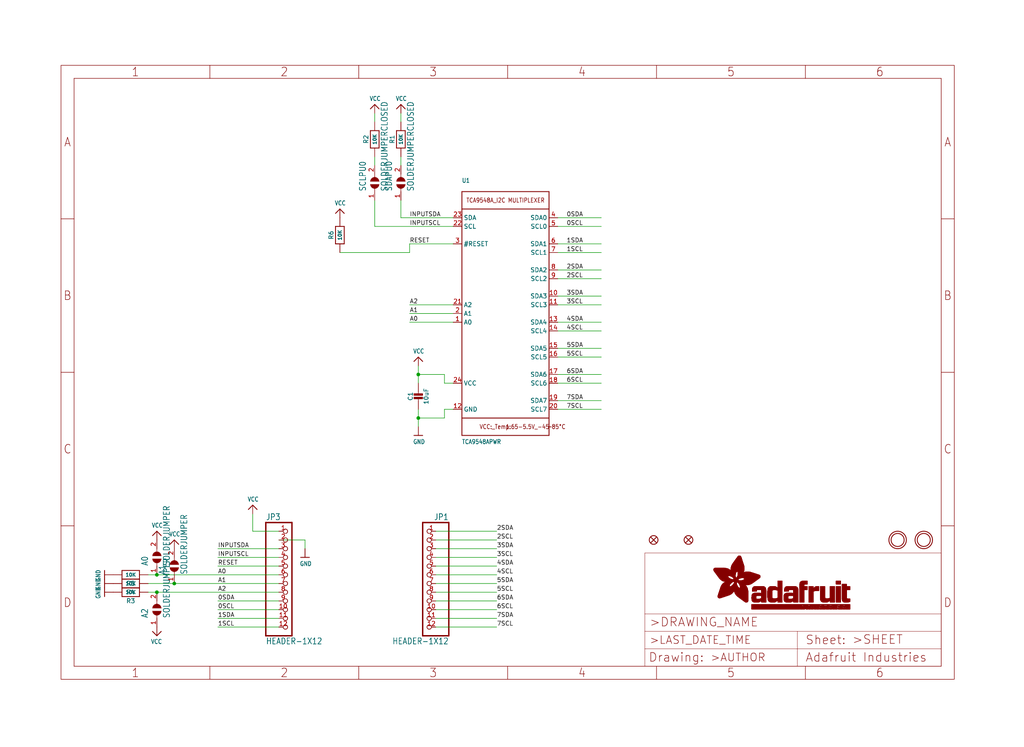
<source format=kicad_sch>
(kicad_sch (version 20211123) (generator eeschema)
  (paper "User" 298.45 217.881)
  (lib_symbols
    (symbol "eagleSchem-eagle-import:CAP_CERAMIC0805-NOOUTLINE"
      (property "Reference" "C" (at -2.29 1.25 90))
      (property "Value" "CAP_CERAMIC0805-NOOUTLINE" (at 2.3 1.25 90))
      (symbol "CAP_CERAMIC0805-NOOUTLINE_1_0"
        (pin passive line (at 0 5.08 270) (length 2.54) (name "1") (number "1"))
        (pin passive line (at 0 -2.54 90) (length 2.54) (name "2") (number "2"))
      )
    )
    (symbol "eagleSchem-eagle-import:FIDUCIAL{dblquote}{dblquote}")
    (symbol "eagleSchem-eagle-import:FRAME_A4_ADAFRUIT"
      (symbol "FRAME_A4_ADAFRUIT_1_0"
        (text "1" (at 21.6958 1.905 0) (effects (font (size 2.54 2.286))))
        (text "1" (at 21.6958 177.165 0) (effects (font (size 2.54 2.286))))
        (text "2" (at 65.0875 1.905 0) (effects (font (size 2.54 2.286))))
        (text "2" (at 65.0875 177.165 0) (effects (font (size 2.54 2.286))))
        (text "3" (at 108.4792 1.905 0) (effects (font (size 2.54 2.286))))
        (text "3" (at 108.4792 177.165 0) (effects (font (size 2.54 2.286))))
        (text "4" (at 151.8708 1.905 0) (effects (font (size 2.54 2.286))))
        (text "4" (at 151.8708 177.165 0) (effects (font (size 2.54 2.286))))
        (text "5" (at 195.2625 1.905 0) (effects (font (size 2.54 2.286))))
        (text "5" (at 195.2625 177.165 0) (effects (font (size 2.54 2.286))))
        (text "6" (at 238.6542 1.905 0) (effects (font (size 2.54 2.286))))
        (text "6" (at 238.6542 177.165 0) (effects (font (size 2.54 2.286))))
        (text ">AUTHOR" (at 189.23 5.08 0) (effects (font (size 2.286 2.286)) (justify left bottom)))
        (text ">DRAWING_NAME" (at 171.45 15.24 0) (effects (font (size 2.54 2.54)) (justify left bottom)))
        (text ">LAST_DATE_TIME" (at 171.45 10.16 0) (effects (font (size 2.286 2.286)) (justify left bottom)))
        (text ">SHEET" (at 230.505 10.16 0) (effects (font (size 2.54 2.54)) (justify left bottom)))
        (text "A" (at 1.905 156.6863 0) (effects (font (size 2.54 2.286))))
        (text "A" (at 258.445 156.6863 0) (effects (font (size 2.54 2.286))))
        (text "Adafruit Industries" (at 216.916 4.953 0) (effects (font (size 2.54 2.54)) (justify left bottom)))
        (text "B" (at 1.905 111.9188 0) (effects (font (size 2.54 2.286))))
        (text "B" (at 258.445 111.9188 0) (effects (font (size 2.54 2.286))))
        (text "C" (at 1.905 67.1513 0) (effects (font (size 2.54 2.286))))
        (text "C" (at 258.445 67.1513 0) (effects (font (size 2.54 2.286))))
        (text "D" (at 1.905 22.3838 0) (effects (font (size 2.54 2.286))))
        (text "D" (at 258.445 22.3838 0) (effects (font (size 2.54 2.286))))
        (text "Drawing:" (at 171.196 4.953 0) (effects (font (size 2.54 2.54)) (justify left bottom)))
        (text "Sheet:" (at 216.916 10.033 0) (effects (font (size 2.54 2.54)) (justify left bottom)))
      )
    )
    (symbol "eagleSchem-eagle-import:GND" (power)
      (property "Value" "GND" (at -1.524 -2.54 0))
      (symbol "GND_1_0"
        (pin power_in line (at 0 2.54 270) (length 2.54) (name "GND") (number "1"))
      )
    )
    (symbol "eagleSchem-eagle-import:HEADER-1X12"
      (property "Reference" "JP" (at -6.35 18.415 0))
      (property "Value" "HEADER-1X12" (at -6.35 -17.78 0))
      (symbol "HEADER-1X12_1_0"
        (pin passive inverted (at -2.54 15.24 0) (length 2.54) (name "1") (number "1"))
        (pin passive inverted (at -2.54 -7.62 0) (length 2.54) (name "10") (number "10"))
        (pin passive inverted (at -2.54 -10.16 0) (length 2.54) (name "11") (number "11"))
        (pin passive inverted (at -2.54 -12.7 0) (length 2.54) (name "12") (number "12"))
        (pin passive inverted (at -2.54 12.7 0) (length 2.54) (name "2") (number "2"))
        (pin passive inverted (at -2.54 10.16 0) (length 2.54) (name "3") (number "3"))
        (pin passive inverted (at -2.54 7.62 0) (length 2.54) (name "4") (number "4"))
        (pin passive inverted (at -2.54 5.08 0) (length 2.54) (name "5") (number "5"))
        (pin passive inverted (at -2.54 2.54 0) (length 2.54) (name "6") (number "6"))
        (pin passive inverted (at -2.54 0 0) (length 2.54) (name "7") (number "7"))
        (pin passive inverted (at -2.54 -2.54 0) (length 2.54) (name "8") (number "8"))
        (pin passive inverted (at -2.54 -5.08 0) (length 2.54) (name "9") (number "9"))
      )
    )
    (symbol "eagleSchem-eagle-import:MOUNTINGHOLE2.5")
    (symbol "eagleSchem-eagle-import:RESISTOR0805_NOOUTLINE"
      (property "Reference" "R" (at 0 2.54 0))
      (property "Value" "RESISTOR0805_NOOUTLINE" (at 0 0 0))
      (symbol "RESISTOR0805_NOOUTLINE_1_0"
        (pin passive line (at -5.08 0 0) (length 2.54) (name "1") (number "1"))
        (pin passive line (at 5.08 0 180) (length 2.54) (name "2") (number "2"))
      )
    )
    (symbol "eagleSchem-eagle-import:RESISTOR_0805MP"
      (property "Reference" "R" (at 0 2.54 0))
      (property "Value" "RESISTOR_0805MP" (at 0 0 0))
      (symbol "RESISTOR_0805MP_1_0"
        (pin passive line (at -5.08 0 0) (length 2.54) (name "1") (number "1"))
        (pin passive line (at 5.08 0 180) (length 2.54) (name "2") (number "2"))
      )
    )
    (symbol "eagleSchem-eagle-import:SOLDERJUMPER"
      (property "Reference" "SJ" (at -2.54 2.54 0))
      (property "Value" "SOLDERJUMPER" (at -2.54 -3.81 0))
      (symbol "SOLDERJUMPER_1_0"
        (pin passive line (at -5.08 0 0) (length 2.54) (name "1") (number "1"))
        (pin passive line (at 5.08 0 180) (length 2.54) (name "2") (number "2"))
      )
    )
    (symbol "eagleSchem-eagle-import:SOLDERJUMPERCLOSED"
      (property "Reference" "SJ" (at -2.54 2.54 0))
      (property "Value" "SOLDERJUMPERCLOSED" (at -2.54 -3.81 0))
      (symbol "SOLDERJUMPERCLOSED_1_0"
        (pin passive line (at -5.08 0 0) (length 2.54) (name "1") (number "1"))
        (pin passive line (at 5.08 0 180) (length 2.54) (name "2") (number "2"))
      )
    )
    (symbol "eagleSchem-eagle-import:TCA9548A"
      (property "Reference" "U" (at -12.7 38.1 0))
      (property "Value" "TCA9548A" (at -12.7 -38.1 0))
      (symbol "TCA9548A_1_0"
        (text "1.65-5.5V_-45~85°C" (at 0 -33.02 0) (effects (font (size 1.27 1.0795)) (justify left)))
        (text "TCA9548A_I2C MULTIPLEXER" (at 0 33.02 0) (effects (font (size 1.27 1.0795))))
        (text "VCC:_Temp:" (at -7.62 -33.02 0) (effects (font (size 1.27 1.0795)) (justify left)))
        (pin bidirectional line (at -15.24 -2.54 0) (length 2.54) (name "A0") (number "1"))
        (pin bidirectional line (at 15.24 5.08 180) (length 2.54) (name "SDA3") (number "10"))
        (pin bidirectional line (at 15.24 2.54 180) (length 2.54) (name "SCL3") (number "11"))
        (pin bidirectional line (at -15.24 -27.94 0) (length 2.54) (name "GND") (number "12"))
        (pin bidirectional line (at 15.24 -2.54 180) (length 2.54) (name "SDA4") (number "13"))
        (pin bidirectional line (at 15.24 -5.08 180) (length 2.54) (name "SCL4") (number "14"))
        (pin bidirectional line (at 15.24 -10.16 180) (length 2.54) (name "SDA5") (number "15"))
        (pin bidirectional line (at 15.24 -12.7 180) (length 2.54) (name "SCL5") (number "16"))
        (pin bidirectional line (at 15.24 -17.78 180) (length 2.54) (name "SDA6") (number "17"))
        (pin bidirectional line (at 15.24 -20.32 180) (length 2.54) (name "SCL6") (number "18"))
        (pin bidirectional line (at 15.24 -25.4 180) (length 2.54) (name "SDA7") (number "19"))
        (pin bidirectional line (at -15.24 0 0) (length 2.54) (name "A1") (number "2"))
        (pin bidirectional line (at 15.24 -27.94 180) (length 2.54) (name "SCL7") (number "20"))
        (pin bidirectional line (at -15.24 2.54 0) (length 2.54) (name "A2") (number "21"))
        (pin bidirectional line (at -15.24 25.4 0) (length 2.54) (name "SCL") (number "22"))
        (pin bidirectional line (at -15.24 27.94 0) (length 2.54) (name "SDA") (number "23"))
        (pin bidirectional line (at -15.24 -20.32 0) (length 2.54) (name "VCC") (number "24"))
        (pin bidirectional line (at -15.24 20.32 0) (length 2.54) (name "#RESET") (number "3"))
        (pin bidirectional line (at 15.24 27.94 180) (length 2.54) (name "SDA0") (number "4"))
        (pin bidirectional line (at 15.24 25.4 180) (length 2.54) (name "SCL0") (number "5"))
        (pin bidirectional line (at 15.24 20.32 180) (length 2.54) (name "SDA1") (number "6"))
        (pin bidirectional line (at 15.24 17.78 180) (length 2.54) (name "SCL1") (number "7"))
        (pin bidirectional line (at 15.24 12.7 180) (length 2.54) (name "SDA2") (number "8"))
        (pin bidirectional line (at 15.24 10.16 180) (length 2.54) (name "SCL2") (number "9"))
      )
    )
    (symbol "eagleSchem-eagle-import:VCC" (power)
      (property "Value" "VCC" (at -1.524 1.016 0))
      (symbol "VCC_1_0"
        (pin power_in line (at 0 -2.54 90) (length 2.54) (name "VCC") (number "1"))
      )
    )
  )
  (junction (at 50.8 170.18))
  (junction (at 45.72 172.72))
  (junction (at 121.92 121.92))
  (junction (at 121.92 109.22))
  (junction (at 45.72 167.64))
  (wire (pts (xy 99.06 73.66) (xy 119.38 73.66)))
  (wire (pts (xy 109.22 48.26) (xy 109.22 45.72)))
  (wire (pts (xy 132.08 63.5) (xy 116.84 63.5)))
  (wire (pts (xy 116.84 48.26) (xy 116.84 45.72)))
  (wire (pts (xy 109.22 66.04) (xy 109.22 58.42)))
  (wire (pts (xy 162.56 88.9) (xy 175.26 88.9)))
  (wire (pts (xy 162.56 78.74) (xy 175.26 78.74)))
  (wire (pts (xy 121.92 106.68) (xy 121.92 109.22)))
  (wire (pts (xy 132.08 93.98) (xy 119.38 93.98)))
  (wire (pts (xy 63.5 177.8) (xy 81.28 177.8)))
  (wire (pts (xy 162.56 116.84) (xy 175.26 116.84)))
  (wire (pts (xy 144.78 182.88) (xy 127 182.88)))
  (wire (pts (xy 162.56 63.5) (xy 175.26 63.5)))
  (wire (pts (xy 121.92 121.92) (xy 121.92 119.38)))
  (wire (pts (xy 162.56 109.22) (xy 175.26 109.22)))
  (wire (pts (xy 119.38 73.66) (xy 119.38 71.12)))
  (wire (pts (xy 144.78 170.18) (xy 127 170.18)))
  (wire (pts (xy 63.5 180.34) (xy 81.28 180.34)))
  (wire (pts (xy 88.9 157.48) (xy 88.9 160.02)))
  (wire (pts (xy 116.84 63.5) (xy 116.84 58.42)))
  (wire (pts (xy 81.28 172.72) (xy 45.72 172.72)))
  (wire (pts (xy 132.08 88.9) (xy 119.38 88.9)))
  (wire (pts (xy 45.72 167.64) (xy 43.18 167.64)))
  (wire (pts (xy 144.78 167.64) (xy 127 167.64)))
  (wire (pts (xy 81.28 167.64) (xy 45.72 167.64)))
  (wire (pts (xy 116.84 35.56) (xy 116.84 33.02)))
  (wire (pts (xy 144.78 165.1) (xy 127 165.1)))
  (wire (pts (xy 162.56 66.04) (xy 175.26 66.04)))
  (wire (pts (xy 129.54 121.92) (xy 129.54 119.38)))
  (wire (pts (xy 132.08 71.12) (xy 119.38 71.12)))
  (wire (pts (xy 144.78 175.26) (xy 127 175.26)))
  (wire (pts (xy 162.56 93.98) (xy 175.26 93.98)))
  (wire (pts (xy 81.28 162.56) (xy 63.5 162.56)))
  (wire (pts (xy 129.54 119.38) (xy 132.08 119.38)))
  (wire (pts (xy 162.56 73.66) (xy 175.26 73.66)))
  (wire (pts (xy 162.56 101.6) (xy 175.26 101.6)))
  (wire (pts (xy 129.54 111.76) (xy 132.08 111.76)))
  (wire (pts (xy 73.66 154.94) (xy 73.66 149.86)))
  (wire (pts (xy 45.72 172.72) (xy 43.18 172.72)))
  (wire (pts (xy 81.28 154.94) (xy 73.66 154.94)))
  (wire (pts (xy 81.28 160.02) (xy 63.5 160.02)))
  (wire (pts (xy 121.92 124.46) (xy 121.92 121.92)))
  (wire (pts (xy 144.78 157.48) (xy 127 157.48)))
  (wire (pts (xy 162.56 71.12) (xy 175.26 71.12)))
  (wire (pts (xy 121.92 121.92) (xy 129.54 121.92)))
  (wire (pts (xy 109.22 35.56) (xy 109.22 33.02)))
  (wire (pts (xy 121.92 109.22) (xy 129.54 109.22)))
  (wire (pts (xy 144.78 172.72) (xy 127 172.72)))
  (wire (pts (xy 144.78 180.34) (xy 127 180.34)))
  (wire (pts (xy 81.28 170.18) (xy 50.8 170.18)))
  (wire (pts (xy 132.08 66.04) (xy 109.22 66.04)))
  (wire (pts (xy 162.56 96.52) (xy 175.26 96.52)))
  (wire (pts (xy 129.54 109.22) (xy 129.54 111.76)))
  (wire (pts (xy 162.56 111.76) (xy 175.26 111.76)))
  (wire (pts (xy 81.28 157.48) (xy 88.9 157.48)))
  (wire (pts (xy 162.56 81.28) (xy 175.26 81.28)))
  (wire (pts (xy 50.8 170.18) (xy 43.18 170.18)))
  (wire (pts (xy 144.78 154.94) (xy 127 154.94)))
  (wire (pts (xy 132.08 91.44) (xy 119.38 91.44)))
  (wire (pts (xy 162.56 86.36) (xy 175.26 86.36)))
  (wire (pts (xy 144.78 160.02) (xy 127 160.02)))
  (wire (pts (xy 121.92 109.22) (xy 121.92 111.76)))
  (wire (pts (xy 81.28 165.1) (xy 63.5 165.1)))
  (wire (pts (xy 162.56 104.14) (xy 175.26 104.14)))
  (wire (pts (xy 63.5 175.26) (xy 81.28 175.26)))
  (wire (pts (xy 63.5 182.88) (xy 81.28 182.88)))
  (wire (pts (xy 144.78 162.56) (xy 127 162.56)))
  (wire (pts (xy 144.78 177.8) (xy 127 177.8)))
  (wire (pts (xy 162.56 119.38) (xy 175.26 119.38)))
  (label "2SCL" (at 144.78 157.48 0) (effects (font (size 1.2446 1.2446))))
  (label "3SDA" (at 144.78 160.02 0) (effects (font (size 1.2446 1.2446))))
  (label "A1" (at 63.5 170.18 0) (effects (font (size 1.2446 1.2446))))
  (label "7SCL" (at 165.1 119.38 0) (effects (font (size 1.2446 1.2446))))
  (label "4SCL" (at 165.1 96.52 0) (effects (font (size 1.2446 1.2446))))
  (label "5SDA" (at 144.78 170.18 0) (effects (font (size 1.2446 1.2446))))
  (label "0SDA" (at 165.1 63.5 0) (effects (font (size 1.2446 1.2446))))
  (label "2SDA" (at 144.78 154.94 0) (effects (font (size 1.2446 1.2446))))
  (label "A2" (at 63.5 172.72 0) (effects (font (size 1.2446 1.2446))))
  (label "1SDA" (at 165.1 71.12 0) (effects (font (size 1.2446 1.2446))))
  (label "INPUTSDA" (at 63.5 160.02 0) (effects (font (size 1.2446 1.2446))))
  (label "INPUTSDA" (at 119.38 63.5 0) (effects (font (size 1.2446 1.2446))))
  (label "0SDA" (at 63.5 175.26 0) (effects (font (size 1.2446 1.2446))))
  (label "3SCL" (at 144.78 162.56 0) (effects (font (size 1.2446 1.2446))))
  (label "4SDA" (at 165.1 93.98 0) (effects (font (size 1.2446 1.2446))))
  (label "6SCL" (at 144.78 177.8 0) (effects (font (size 1.2446 1.2446))))
  (label "INPUTSCL" (at 63.5 162.56 0) (effects (font (size 1.2446 1.2446))))
  (label "A0" (at 63.5 167.64 0) (effects (font (size 1.2446 1.2446))))
  (label "4SDA" (at 144.78 165.1 0) (effects (font (size 1.2446 1.2446))))
  (label "6SDA" (at 144.78 175.26 0) (effects (font (size 1.2446 1.2446))))
  (label "A2" (at 119.38 88.9 0) (effects (font (size 1.2446 1.2446))))
  (label "7SDA" (at 165.1 116.84 0) (effects (font (size 1.2446 1.2446))))
  (label "7SCL" (at 144.78 182.88 0) (effects (font (size 1.2446 1.2446))))
  (label "RESET" (at 63.5 165.1 0) (effects (font (size 1.2446 1.2446))))
  (label "RESET" (at 119.38 71.12 0) (effects (font (size 1.2446 1.2446))))
  (label "5SDA" (at 165.1 101.6 0) (effects (font (size 1.2446 1.2446))))
  (label "INPUTSCL" (at 119.38 66.04 0) (effects (font (size 1.2446 1.2446))))
  (label "3SDA" (at 165.1 86.36 0) (effects (font (size 1.2446 1.2446))))
  (label "A0" (at 119.38 93.98 0) (effects (font (size 1.2446 1.2446))))
  (label "4SCL" (at 144.78 167.64 0) (effects (font (size 1.2446 1.2446))))
  (label "6SCL" (at 165.1 111.76 0) (effects (font (size 1.2446 1.2446))))
  (label "0SCL" (at 165.1 66.04 0) (effects (font (size 1.2446 1.2446))))
  (label "0SCL" (at 63.5 177.8 0) (effects (font (size 1.2446 1.2446))))
  (label "A1" (at 119.38 91.44 0) (effects (font (size 1.2446 1.2446))))
  (label "2SDA" (at 165.1 78.74 0) (effects (font (size 1.2446 1.2446))))
  (label "2SCL" (at 165.1 81.28 0) (effects (font (size 1.2446 1.2446))))
  (label "7SDA" (at 144.78 180.34 0) (effects (font (size 1.2446 1.2446))))
  (label "1SCL" (at 165.1 73.66 0) (effects (font (size 1.2446 1.2446))))
  (label "6SDA" (at 165.1 109.22 0) (effects (font (size 1.2446 1.2446))))
  (label "5SCL" (at 165.1 104.14 0) (effects (font (size 1.2446 1.2446))))
  (label "3SCL" (at 165.1 88.9 0) (effects (font (size 1.2446 1.2446))))
  (label "1SDA" (at 63.5 180.34 0) (effects (font (size 1.2446 1.2446))))
  (label "5SCL" (at 144.78 172.72 0) (effects (font (size 1.2446 1.2446))))
  (label "1SCL" (at 63.5 182.88 0) (effects (font (size 1.2446 1.2446))))
  (symbol (lib_id "eagleSchem-eagle-import:RESISTOR0805_NOOUTLINE") (at 38.1 167.64 180) (unit 1)
    (property "Reference" "R5" (at 38.1 170.18 0))
    (property "Value" "10K" (at 38.1 167.64 0) (effects (font (size 1.016 1.016) bold)))
    (property "Footprint" "eagleSchem:0805-NO" (effects hide))
  )
  (symbol (lib_id "eagleSchem-eagle-import:VCC") (at 109.22 30.48 0) (unit 1)
    (property "Reference" "#P+1" (effects hide))
    (property "Value" "VCC" (at 107.696 29.464 0) (effects (font (size 1.27 1.0795)) (justify left bottom)))
    (property "Footprint" "eagleSchem:" (effects hide))
  )
  (symbol (lib_id "eagleSchem-eagle-import:VCC") (at 121.92 104.14 0) (unit 1)
    (property "Reference" "#P+3" (effects hide))
    (property "Value" "VCC" (at 120.396 103.124 0) (effects (font (size 1.27 1.0795)) (justify left bottom)))
    (property "Footprint" "eagleSchem:" (effects hide))
  )
  (symbol (lib_id "eagleSchem-eagle-import:MOUNTINGHOLE2.5") (at 269.24 157.48 0) (unit 1)
    (property "Reference" "U$4" (effects hide))
    (property "Value" "MOUNTINGHOLE2.5" (effects hide))
    (property "Footprint" "eagleSchem:MOUNTINGHOLE_2.5_PLATED" (effects hide))
  )
  (symbol (lib_id "eagleSchem-eagle-import:RESISTOR0805_NOOUTLINE") (at 38.1 172.72 180) (unit 1)
    (property "Reference" "R3" (at 38.1 175.26 0))
    (property "Value" "10K" (at 38.1 172.72 0) (effects (font (size 1.016 1.016) bold)))
    (property "Footprint" "eagleSchem:0805-NO" (effects hide))
  )
  (symbol (lib_id "eagleSchem-eagle-import:RESISTOR0805_NOOUTLINE") (at 38.1 170.18 180) (unit 1)
    (property "Reference" "R4" (at 38.1 172.72 0))
    (property "Value" "10K" (at 38.1 170.18 0) (effects (font (size 1.016 1.016) bold)))
    (property "Footprint" "eagleSchem:0805-NO" (effects hide))
  )
  (symbol (lib_id "eagleSchem-eagle-import:CAP_CERAMIC0805-NOOUTLINE") (at 121.92 116.84 0) (unit 1)
    (property "Reference" "C1" (at 119.63 115.59 90))
    (property "Value" "10uF" (at 124.22 115.59 90))
    (property "Footprint" "eagleSchem:0805-NO" (effects hide))
  )
  (symbol (lib_id "eagleSchem-eagle-import:SOLDERJUMPERCLOSED") (at 109.22 53.34 90) (unit 1)
    (property "Reference" "SCLPU0" (at 106.68 55.88 0) (effects (font (size 1.778 1.5113)) (justify left bottom)))
    (property "Value" "SOLDERJUMPERCLOSED" (at 113.03 55.88 0) (effects (font (size 1.778 1.5113)) (justify left bottom)))
    (property "Footprint" "eagleSchem:SOLDERJUMPER_CLOSEDWIRE" (effects hide))
  )
  (symbol (lib_id "eagleSchem-eagle-import:SOLDERJUMPER") (at 45.72 177.8 90) (unit 1)
    (property "Reference" "A2" (at 43.18 180.34 0) (effects (font (size 1.778 1.5113)) (justify left bottom)))
    (property "Value" "SOLDERJUMPER" (at 49.53 180.34 0) (effects (font (size 1.778 1.5113)) (justify left bottom)))
    (property "Footprint" "eagleSchem:SOLDERJUMPER_ARROW_NOPASTE" (effects hide))
  )
  (symbol (lib_id "eagleSchem-eagle-import:SOLDERJUMPER") (at 50.8 165.1 90) (unit 1)
    (property "Reference" "A1" (at 48.26 167.64 0) (effects (font (size 1.778 1.5113)) (justify left bottom)))
    (property "Value" "SOLDERJUMPER" (at 54.61 167.64 0) (effects (font (size 1.778 1.5113)) (justify left bottom)))
    (property "Footprint" "eagleSchem:SOLDERJUMPER_ARROW_NOPASTE" (effects hide))
  )
  (symbol (lib_id "eagleSchem-eagle-import:VCC") (at 116.84 30.48 0) (unit 1)
    (property "Reference" "#P+2" (effects hide))
    (property "Value" "VCC" (at 115.316 29.464 0) (effects (font (size 1.27 1.0795)) (justify left bottom)))
    (property "Footprint" "eagleSchem:" (effects hide))
  )
  (symbol (lib_id "eagleSchem-eagle-import:RESISTOR0805_NOOUTLINE") (at 109.22 40.64 90) (unit 1)
    (property "Reference" "R2" (at 106.68 40.64 0))
    (property "Value" "10K" (at 109.22 40.64 0) (effects (font (size 1.016 1.016) bold)))
    (property "Footprint" "eagleSchem:0805-NO" (effects hide))
  )
  (symbol (lib_id "eagleSchem-eagle-import:VCC") (at 50.8 157.48 0) (unit 1)
    (property "Reference" "#P+6" (effects hide))
    (property "Value" "VCC" (at 49.276 156.464 0) (effects (font (size 1.27 1.0795)) (justify left bottom)))
    (property "Footprint" "eagleSchem:" (effects hide))
  )
  (symbol (lib_id "eagleSchem-eagle-import:FIDUCIAL{dblquote}{dblquote}") (at 200.66 157.48 0) (unit 1)
    (property "Reference" "FID3" (effects hide))
    (property "Value" "FIDUCIAL{dblquote}{dblquote}" (effects hide))
    (property "Footprint" "eagleSchem:FIDUCIAL_1MM" (effects hide))
  )
  (symbol (lib_id "eagleSchem-eagle-import:FIDUCIAL{dblquote}{dblquote}") (at 190.5 157.48 0) (unit 1)
    (property "Reference" "FID1" (effects hide))
    (property "Value" "FIDUCIAL{dblquote}{dblquote}" (effects hide))
    (property "Footprint" "eagleSchem:FIDUCIAL_1MM" (effects hide))
  )
  (symbol (lib_id "eagleSchem-eagle-import:GND") (at 30.48 172.72 270) (unit 1)
    (property "Reference" "#U$10" (effects hide))
    (property "Value" "GND" (at 27.94 171.196 0) (effects (font (size 1.27 1.0795)) (justify left bottom)))
    (property "Footprint" "eagleSchem:" (effects hide))
  )
  (symbol (lib_id "eagleSchem-eagle-import:GND") (at 88.9 162.56 0) (unit 1)
    (property "Reference" "#U$3" (effects hide))
    (property "Value" "GND" (at 87.376 165.1 0) (effects (font (size 1.27 1.0795)) (justify left bottom)))
    (property "Footprint" "eagleSchem:" (effects hide))
  )
  (symbol (lib_id "eagleSchem-eagle-import:RESISTOR0805_NOOUTLINE") (at 116.84 40.64 90) (unit 1)
    (property "Reference" "R1" (at 114.3 40.64 0))
    (property "Value" "10K" (at 116.84 40.64 0) (effects (font (size 1.016 1.016) bold)))
    (property "Footprint" "eagleSchem:0805-NO" (effects hide))
  )
  (symbol (lib_id "eagleSchem-eagle-import:RESISTOR_0805MP") (at 99.06 68.58 90) (unit 1)
    (property "Reference" "R6" (at 96.52 68.58 0))
    (property "Value" "10K" (at 99.06 68.58 0) (effects (font (size 1.016 1.016) bold)))
    (property "Footprint" "eagleSchem:_0805MP" (effects hide))
  )
  (symbol (lib_id "eagleSchem-eagle-import:FRAME_A4_ADAFRUIT") (at 17.78 198.12 0) (unit 1)
    (property "Reference" "#U$1" (effects hide))
    (property "Value" "FRAME_A4_ADAFRUIT" (effects hide))
    (property "Footprint" "eagleSchem:" (effects hide))
  )
  (symbol (lib_id "eagleSchem-eagle-import:HEADER-1X12") (at 124.46 170.18 0) (mirror y) (unit 1)
    (property "Reference" "JP1" (at 130.81 151.765 0) (effects (font (size 1.778 1.5113)) (justify left bottom)))
    (property "Value" "HEADER-1X12" (at 130.81 187.96 0) (effects (font (size 1.778 1.5113)) (justify left bottom)))
    (property "Footprint" "eagleSchem:1X12_ROUND" (effects hide))
  )
  (symbol (lib_id "eagleSchem-eagle-import:MOUNTINGHOLE2.5") (at 261.62 157.48 0) (unit 1)
    (property "Reference" "U$5" (effects hide))
    (property "Value" "MOUNTINGHOLE2.5" (effects hide))
    (property "Footprint" "eagleSchem:MOUNTINGHOLE_2.5_PLATED" (effects hide))
  )
  (symbol (lib_id "eagleSchem-eagle-import:GND") (at 121.92 127 0) (unit 1)
    (property "Reference" "#U$2" (effects hide))
    (property "Value" "GND" (at 120.396 129.54 0) (effects (font (size 1.27 1.0795)) (justify left bottom)))
    (property "Footprint" "eagleSchem:" (effects hide))
  )
  (symbol (lib_id "eagleSchem-eagle-import:VCC") (at 99.06 60.96 0) (unit 1)
    (property "Reference" "#P+8" (effects hide))
    (property "Value" "VCC" (at 97.536 59.944 0) (effects (font (size 1.27 1.0795)) (justify left bottom)))
    (property "Footprint" "eagleSchem:" (effects hide))
  )
  (symbol (lib_id "eagleSchem-eagle-import:HEADER-1X12") (at 83.82 170.18 0) (unit 1)
    (property "Reference" "JP3" (at 77.47 151.765 0) (effects (font (size 1.778 1.5113)) (justify left bottom)))
    (property "Value" "HEADER-1X12" (at 77.47 187.96 0) (effects (font (size 1.778 1.5113)) (justify left bottom)))
    (property "Footprint" "eagleSchem:1X12_ROUND" (effects hide))
  )
  (symbol (lib_id "eagleSchem-eagle-import:SOLDERJUMPER") (at 45.72 162.56 90) (unit 1)
    (property "Reference" "A0" (at 43.18 165.1 0) (effects (font (size 1.778 1.5113)) (justify left bottom)))
    (property "Value" "SOLDERJUMPER" (at 49.53 165.1 0) (effects (font (size 1.778 1.5113)) (justify left bottom)))
    (property "Footprint" "eagleSchem:SOLDERJUMPER_ARROW_NOPASTE" (effects hide))
  )
  (symbol (lib_id "eagleSchem-eagle-import:GND") (at 30.48 170.18 270) (unit 1)
    (property "Reference" "#U$9" (effects hide))
    (property "Value" "GND" (at 27.94 168.656 0) (effects (font (size 1.27 1.0795)) (justify left bottom)))
    (property "Footprint" "eagleSchem:" (effects hide))
  )
  (symbol (lib_id "eagleSchem-eagle-import:VCC") (at 73.66 147.32 0) (unit 1)
    (property "Reference" "#P+4" (effects hide))
    (property "Value" "VCC" (at 72.136 146.304 0) (effects (font (size 1.27 1.0795)) (justify left bottom)))
    (property "Footprint" "eagleSchem:" (effects hide))
  )
  (symbol (lib_id "eagleSchem-eagle-import:VCC") (at 45.72 154.94 0) (unit 1)
    (property "Reference" "#P+5" (effects hide))
    (property "Value" "VCC" (at 44.196 153.924 0) (effects (font (size 1.27 1.0795)) (justify left bottom)))
    (property "Footprint" "eagleSchem:" (effects hide))
  )
  (symbol (lib_id "eagleSchem-eagle-import:VCC") (at 45.72 185.42 180) (unit 1)
    (property "Reference" "#P+7" (effects hide))
    (property "Value" "VCC" (at 47.244 186.436 0) (effects (font (size 1.27 1.0795)) (justify left bottom)))
    (property "Footprint" "eagleSchem:" (effects hide))
  )
  (symbol (lib_id "eagleSchem-eagle-import:GND") (at 30.48 167.64 270) (unit 1)
    (property "Reference" "#U$8" (effects hide))
    (property "Value" "GND" (at 27.94 166.116 0) (effects (font (size 1.27 1.0795)) (justify left bottom)))
    (property "Footprint" "eagleSchem:" (effects hide))
  )
  (symbol (lib_id "eagleSchem-eagle-import:SOLDERJUMPERCLOSED") (at 116.84 53.34 90) (unit 1)
    (property "Reference" "SDAPU0" (at 114.3 55.88 0) (effects (font (size 1.778 1.5113)) (justify left bottom)))
    (property "Value" "SOLDERJUMPERCLOSED" (at 120.65 55.88 0) (effects (font (size 1.778 1.5113)) (justify left bottom)))
    (property "Footprint" "eagleSchem:SOLDERJUMPER_CLOSEDWIRE" (effects hide))
  )
  (symbol (lib_id "eagleSchem-eagle-import:TCA9548A") (at 147.32 91.44 0) (unit 1)
    (property "Reference" "U1" (at 134.62 53.34 0) (effects (font (size 1.27 1.0795)) (justify left bottom)))
    (property "Value" " TCA9548APWR" (at 134.62 129.54 0) (effects (font (size 1.27 1.0795)) (justify left bottom)))
    (property "Footprint" "eagleSchem:TSSOP24" (effects hide))
  )
)
</source>
